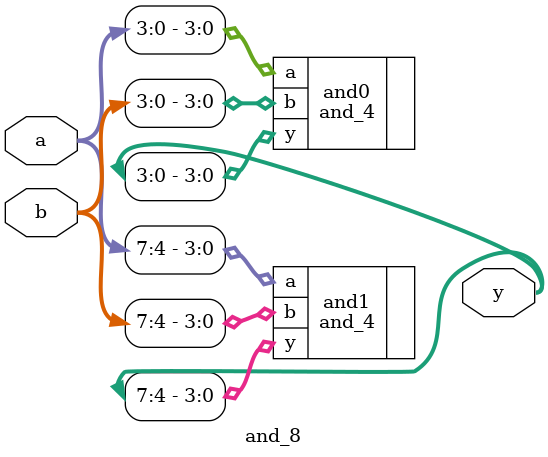
<source format=v>
module and_8(
	input wire [7:0] a,
	input wire [7:0] b,
	output wire [7:0] y
);
	and_4 and0 (.a(a[3:0]), .b(b[3:0]), .y(y[3:0]));
	and_4 and1 (.a(a[7:4]), .b(b[7:4]), .y(y[7:4]));
endmodule

</source>
